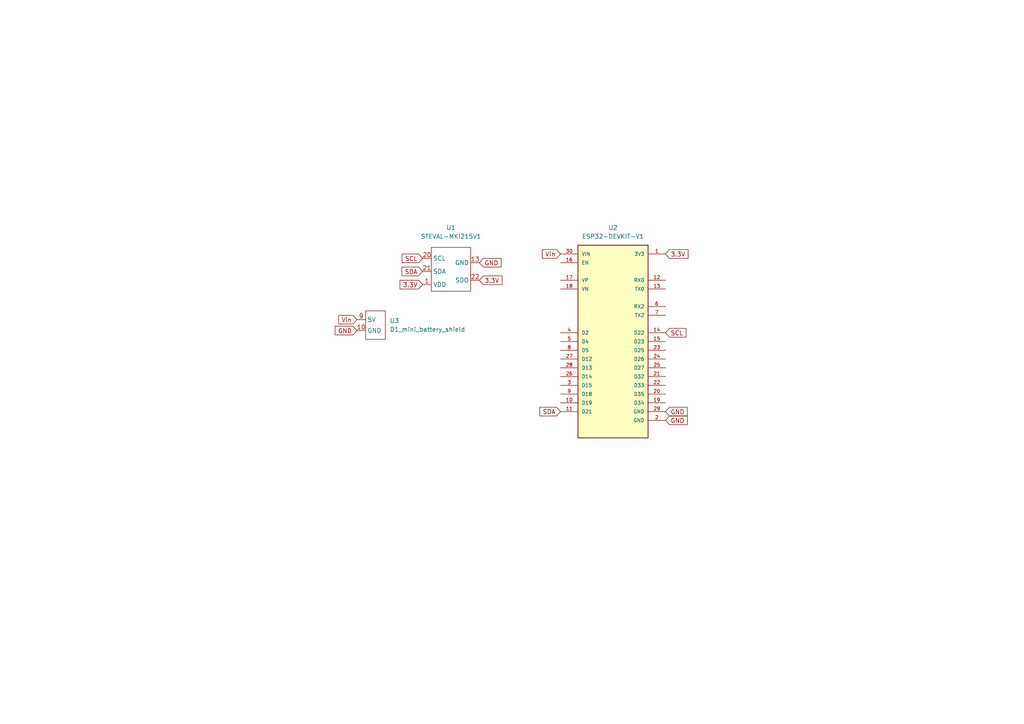
<source format=kicad_sch>
(kicad_sch (version 20211123) (generator eeschema)
  (paper "A4")
  (lib_symbols
    (symbol "ESP32-DEVKIT-V1:ESP32-DEVKIT-V1" (pin_names (offset 1.016))
      (property "Reference" "U" (at -10.16 30.48 0))
      (property "Value" "ESP32-DEVKIT-V1" (at -10.16 -30.48 0))
      (symbol "ESP32-DEVKIT-V1_0_0"
        (rectangle (start -10.16 -27.94) (end 10.16 27.94) (stroke (width 0.254)) (fill (type background)))
        (pin output line (at 15.24 25.4 180) (length 5.08) (name "3V3") (number "1"))
        (pin bidirectional line (at -15.24 -17.78 0) (length 5.08) (name "D19") (number "10"))
        (pin bidirectional line (at -15.24 -20.32 0) (length 5.08) (name "D21") (number "11"))
        (pin input line (at 15.24 17.78 180) (length 5.08) (name "RX0") (number "12"))
        (pin output line (at 15.24 15.24 180) (length 5.08) (name "TX0") (number "13"))
        (pin bidirectional line (at 15.24 2.54 180) (length 5.08) (name "D22") (number "14"))
        (pin bidirectional line (at 15.24 0 180) (length 5.08) (name "D23") (number "15"))
        (pin input line (at -15.24 22.86 0) (length 5.08) (name "EN") (number "16"))
        (pin bidirectional line (at -15.24 17.78 0) (length 5.08) (name "VP") (number "17"))
        (pin bidirectional line (at -15.24 15.24 0) (length 5.08) (name "VN") (number "18"))
        (pin bidirectional line (at 15.24 -17.78 180) (length 5.08) (name "D34") (number "19"))
        (pin power_in line (at 15.24 -22.86 180) (length 5.08) (name "GND") (number "2"))
        (pin bidirectional line (at 15.24 -15.24 180) (length 5.08) (name "D35") (number "20"))
        (pin bidirectional line (at 15.24 -10.16 180) (length 5.08) (name "D32") (number "21"))
        (pin bidirectional line (at 15.24 -12.7 180) (length 5.08) (name "D33") (number "22"))
        (pin bidirectional line (at 15.24 -2.54 180) (length 5.08) (name "D25") (number "23"))
        (pin bidirectional line (at 15.24 -5.08 180) (length 5.08) (name "D26") (number "24"))
        (pin bidirectional line (at 15.24 -7.62 180) (length 5.08) (name "D27") (number "25"))
        (pin bidirectional line (at -15.24 -10.16 0) (length 5.08) (name "D14") (number "26"))
        (pin bidirectional line (at -15.24 -5.08 0) (length 5.08) (name "D12") (number "27"))
        (pin bidirectional line (at -15.24 -7.62 0) (length 5.08) (name "D13") (number "28"))
        (pin power_in line (at 15.24 -20.32 180) (length 5.08) (name "GND") (number "29"))
        (pin bidirectional line (at -15.24 -12.7 0) (length 5.08) (name "D15") (number "3"))
        (pin input line (at -15.24 25.4 0) (length 5.08) (name "VIN") (number "30"))
        (pin bidirectional line (at -15.24 2.54 0) (length 5.08) (name "D2") (number "4"))
        (pin bidirectional line (at -15.24 0 0) (length 5.08) (name "D4") (number "5"))
        (pin input line (at 15.24 10.16 180) (length 5.08) (name "RX2") (number "6"))
        (pin output line (at 15.24 7.62 180) (length 5.08) (name "TX2") (number "7"))
        (pin bidirectional line (at -15.24 -2.54 0) (length 5.08) (name "D5") (number "8"))
        (pin bidirectional line (at -15.24 -15.24 0) (length 5.08) (name "D18") (number "9"))
      )
    )
    (symbol "STEVAL-MKI215V1:STEVAL-MKI215V1"
      (property "Reference" "U" (at 0 7.62 0))
      (property "Value" "STEVAL-MKI215V1" (at 0.635 -7.62 0))
      (symbol "STEVAL-MKI215V1_0_1"
        (rectangle (start -5.715 6.35) (end 5.715 -6.35))
      )
      (symbol "STEVAL-MKI215V1_1_1"
        (pin input line (at -8.255 -4.445 0) (length 2.54) (name "VDD") (number "1"))
        (pin input line (at 8.255 1.905 180) (length 2.54) (name "GND") (number "13"))
        (pin input line (at -8.255 3.175 0) (length 2.54) (name "SCL") (number "20"))
        (pin input line (at -8.255 -0.635 0) (length 2.54) (name "SDA") (number "21"))
        (pin input line (at 8.255 -3.175 180) (length 2.54) (name "SDO") (number "22"))
      )
    )
    (symbol "d1 mini battery shield:D1_mini_battery_shield"
      (property "Reference" "U" (at 3.81 8.89 0))
      (property "Value" "D1_mini_battery_shield" (at 2.54 -1.905 0))
      (symbol "D1_mini_battery_shield_0_1"
        (rectangle (start -1.27 7.62) (end 4.445 -0.635))
      )
      (symbol "D1_mini_battery_shield_1_1"
        (pin input line (at -3.81 1.905 0) (length 2.54) (name "GND") (number "10"))
        (pin input line (at -3.81 5.08 0) (length 2.54) (name "5V") (number "9"))
      )
    )
  )
  (global_label "GND" (shape input) (at 193.04 119.38 0) (property "Intersheet References" "${INTERSHEET_REFS}" (effects hide)))
  (global_label "Vin" (shape input) (at 103.505 92.71 180) (property "Intersheet References" "${INTERSHEET_REFS}" (effects hide)))
  (global_label "3.3V" (shape input) (at 139.065 81.28 0) (property "Intersheet References" "${INTERSHEET_REFS}" (effects hide)))
  (global_label "3.3V" (shape input) (at 122.555 82.55 180) (property "Intersheet References" "${INTERSHEET_REFS}" (effects hide)))
  (global_label "Vin" (shape input) (at 162.56 73.66 180) (property "Intersheet References" "${INTERSHEET_REFS}" (effects hide)))
  (global_label "GND" (shape input) (at 193.04 121.92 0) (property "Intersheet References" "${INTERSHEET_REFS}" (effects hide)))
  (global_label "GND" (shape input) (at 139.065 76.2 0) (property "Intersheet References" "${INTERSHEET_REFS}" (effects hide)))
  (global_label "GND" (shape input) (at 103.505 95.885 180) (property "Intersheet References" "${INTERSHEET_REFS}" (effects hide)))
  (global_label "SCL" (shape input) (at 122.555 74.93 180) (property "Intersheet References" "${INTERSHEET_REFS}" (effects hide)))
  (global_label "3.3V" (shape input) (at 193.04 73.66 0) (property "Intersheet References" "${INTERSHEET_REFS}" (effects hide)))
  (global_label "SDA" (shape input) (at 162.56 119.38 180) (property "Intersheet References" "${INTERSHEET_REFS}" (effects hide)))
  (global_label "SDA" (shape input) (at 122.555 78.74 180) (property "Intersheet References" "${INTERSHEET_REFS}" (effects hide)))
  (global_label "SCL" (shape input) (at 193.04 96.52 0) (property "Intersheet References" "${INTERSHEET_REFS}" (effects hide)))
  (symbol (lib_id "STEVAL-MKI215V1:STEVAL-MKI215V1") (at 130.81 78.105 0) (unit 1)
    (property "Reference" "U1" (at 130.81 66.04 0))
    (property "Value" "STEVAL-MKI215V1" (at 130.81 68.58 0))
    (property "Footprint" "STEVAL-MKI215V1:STEVAL-MKI215V1" (effects hide))
  )
  (symbol (lib_id "d1 mini battery shield:D1_mini_battery_shield") (at 107.315 97.79 0) (unit 1)
    (property "Reference" "U3" (at 113.03 93.0274 0) (effects (justify left)))
    (property "Value" "D1_mini_battery_shield" (at 113.03 95.5674 0) (effects (justify left)))
    (property "Footprint" "D1 mini battery shield:D1 mini battery shield" (effects hide))
  )
  (symbol (lib_id "ESP32-DEVKIT-V1:ESP32-DEVKIT-V1") (at 177.8 99.06 0) (unit 1)
    (property "Reference" "U2" (at 177.8 66.04 0))
    (property "Value" "ESP32-DEVKIT-V1" (at 177.8 68.58 0))
    (property "Footprint" "MODULE_ESP32_DEVKIT_V1" (effects hide))
    (property "STANDARD" "Manufacturer Recommendations" (effects hide))
    (property "PARTREV" "N/A" (effects hide))
    (property "MANUFACTURER" "DOIT" (effects hide))
    (property "MAXIMUM_PACKAGE_HEIGHT" "6.8 mm" (effects hide))
  )
)
</source>
